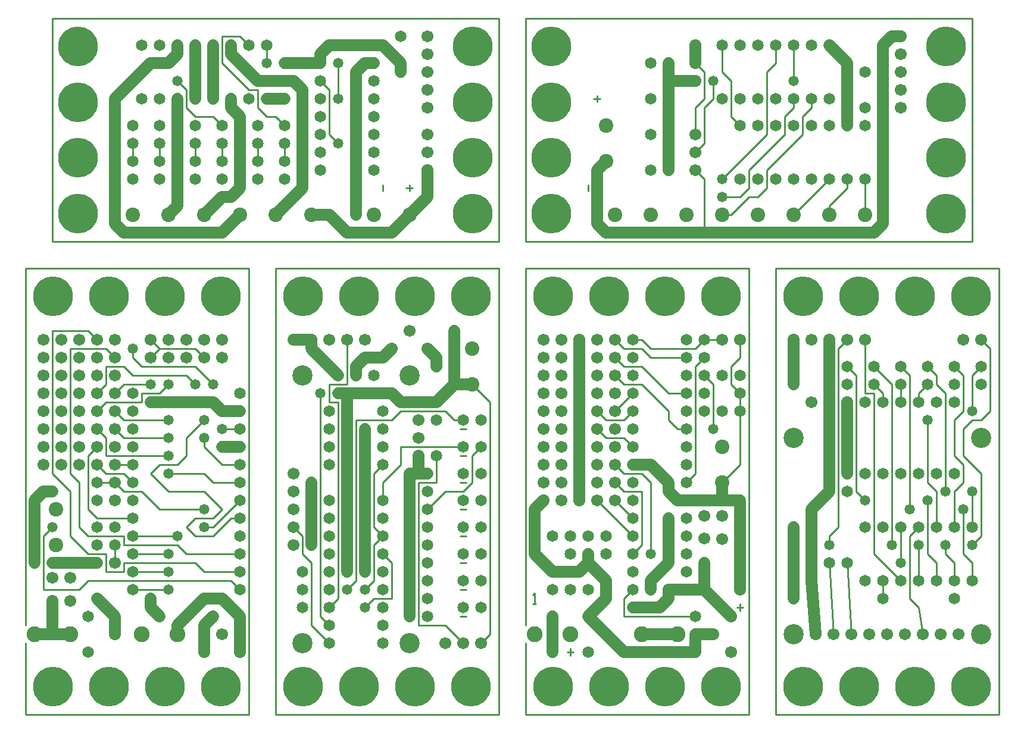
<source format=gtl>
%MOIN*%
%FSLAX25Y25*%
G04 D10 used for Character Trace; *
G04     Circle (OD=.01000) (No hole)*
G04 D11 used for Power Trace; *
G04     Circle (OD=.06700) (No hole)*
G04 D12 used for Signal Trace; *
G04     Circle (OD=.01100) (No hole)*
G04 D13 used for Via; *
G04     Circle (OD=.05800) (Round. Hole ID=.02800)*
G04 D14 used for Component hole; *
G04     Circle (OD=.06500) (Round. Hole ID=.03500)*
G04 D15 used for Component hole; *
G04     Circle (OD=.06700) (Round. Hole ID=.04300)*
G04 D16 used for Component hole; *
G04     Circle (OD=.08100) (Round. Hole ID=.05100)*
G04 D17 used for Component hole; *
G04     Circle (OD=.08900) (Round. Hole ID=.05900)*
G04 D18 used for Component hole; *
G04     Circle (OD=.11300) (Round. Hole ID=.08300)*
G04 D19 used for Component hole; *
G04     Circle (OD=.16000) (Round. Hole ID=.13000)*
G04 D20 used for Component hole; *
G04     Circle (OD=.18300) (Round. Hole ID=.15300)*
G04 D21 used for Component hole; *
G04     Circle (OD=.22291) (Round. Hole ID=.19291)*
%ADD10C,.01000*%
%ADD11C,.06700*%
%ADD12C,.01100*%
%ADD13C,.05800*%
%ADD14C,.06500*%
%ADD15C,.06700*%
%ADD16C,.08100*%
%ADD17C,.08900*%
%ADD18C,.11300*%
%ADD19C,.16000*%
%ADD20C,.18300*%
%ADD21C,.22291*%
%IPPOS*%
%LPD*%
G90*X0Y0D02*D12*X40000D02*Y40000D01*Y0D02*        
X165000D01*Y250000D01*X40000D01*Y50000D01*D17*    
X45000Y45000D03*D11*X55000D01*X65000D01*D17*D03*  
D14*X75000Y35000D03*Y55000D03*D11*X55000Y45000D02*
Y63700D01*D15*D03*D12*X50000Y70000D02*X70000D01*  
X75000Y75000D01*X155000D01*X160000Y70000D01*D14*  
D03*Y80000D03*D12*X140000D01*X135000Y85000D01*    
X95000D01*Y80000D01*X85000D01*Y90000D01*X75000D01*
X65000Y100000D01*Y125000D01*X55000Y135000D01*     
Y215000D01*X75000D01*X80000Y210000D01*D15*D03*D12*
X90000Y200000D02*X85000Y205000D01*D15*            
X90000Y200000D03*D12*X100000Y190000D02*           
X95000Y195000D01*X100000Y190000D02*X130000D01*    
X135000Y185000D01*D13*D03*D11*X150000Y170000D02*  
X145000Y175000D01*D13*X150000Y170000D03*D11*      
X160000D01*D14*D03*D13*X150000Y160000D03*D12*     
X160000D01*D14*D03*D13*X150000Y150000D03*D11*     
X160000D01*D14*D03*D12*X150000Y140000D02*         
X160000D01*D14*D03*D12*X150000D02*                
X140000Y150000D01*Y155000D01*D13*D03*D12*         
X125000Y140000D02*X130000Y145000D01*              
X115000Y140000D02*X125000D01*X110000Y135000D02*   
X115000Y140000D01*X120000Y125000D02*              
X110000Y135000D01*X120000Y125000D02*X140000D01*   
X150000Y115000D01*X145000Y110000D01*X135000D01*   
X130000Y105000D01*X135000Y100000D01*X145000D01*   
X155000Y110000D01*X160000D01*D14*D03*Y120000D03*  
D12*X145000Y105000D01*X140000D01*D13*D03*         
Y115000D03*D12*X115000D01*X105000Y125000D01*      
X95000D01*X90000Y130000D01*D15*D03*D12*X80000D01* 
D14*D03*D12*X85000Y135000D02*X95000D01*           
X100000Y130000D01*D14*D03*D15*X90000Y140000D03*   
D12*X100000D01*D14*D03*D15*X90000Y150000D03*D14*  
X100000D03*D12*X85000Y145000D02*Y155000D01*       
Y145000D02*X120000D01*D13*D03*D12*X130000D02*     
Y155000D01*X145000Y130000D02*X140000Y135000D01*   
X145000Y130000D02*X160000D01*D14*D03*D12*         
X120000Y135000D02*X140000D01*D13*X120000D03*D12*  
X130000Y155000D02*X140000Y165000D01*D13*D03*D11*  
X110000Y175000D02*X145000D01*D13*X110000D03*D12*  
X105000Y180000D02*X115000D01*X105000Y175000D02*   
Y180000D01*X85000Y175000D02*X105000D01*           
X80000Y170000D02*X85000Y175000D01*D15*            
X80000Y170000D03*X90000Y160000D03*D12*            
X95000Y155000D01*X120000D01*D13*D03*Y165000D03*   
D12*X95000D01*X90000Y170000D01*D15*D03*D14*       
X100000Y160000D03*Y180000D03*D15*X80000D03*D12*   
X85000Y185000D01*Y195000D01*X95000D01*X105000D02* 
X100000Y200000D01*X105000Y195000D02*X135000D01*   
X145000Y185000D01*D13*D03*D15*X130000Y200000D03*  
D14*X160000Y180000D03*D15*X150000Y200000D03*      
X140000D03*D12*X135000Y205000D01*X115000D01*      
X110000Y200000D01*D15*D03*D12*X115000Y205000D02*  
X110000Y210000D01*D15*D03*X120000Y200000D03*D12*  
X100000D02*Y205000D01*D13*D03*D15*                
X90000Y210000D03*Y190000D03*D12*X65000Y205000D02* 
X85000D01*X65000Y135000D02*Y205000D01*            
X70000Y130000D02*X65000Y135000D01*                
X70000Y105000D02*Y130000D01*X75000Y100000D02*     
X70000Y105000D01*X75000Y100000D02*X95000D01*      
Y95000D01*X125000D01*X130000Y90000D01*X160000D01* 
D14*D03*Y100000D03*D11*X125000Y50000D02*          
X140000Y65000D01*X125000Y45000D02*Y50000D01*D17*  
Y45000D03*D13*X115000Y55000D03*D11*               
X110000Y60000D01*Y65000D01*D13*D03*D14*           
X100000Y70000D03*D12*X120000D01*D13*D03*Y80000D03*
D12*X100000D01*D14*D03*D15*X90000Y85000D03*D12*   
Y95000D01*D14*D03*X80000Y105000D03*Y85000D03*D11* 
X55000D01*D13*D03*D15*X65000Y76700D03*D16*        
X57000Y95000D03*D13*X45000Y85000D03*D11*          
Y120000D01*X50000Y125000D01*X55000D01*D13*D03*D16*
X57000Y115000D03*D15*X70000Y140000D03*X60000D03*  
X50000D03*D12*X75000Y115000D02*Y145000D01*        
X80000Y110000D02*X75000Y115000D01*                
X80000Y110000D02*X100000D01*D14*D03*D15*          
X90000Y120000D03*D14*X100000D03*Y100000D03*D12*   
X125000D01*D13*D03*X120000Y90000D03*D12*          
X100000D01*D14*D03*X90000Y105000D03*              
X80000Y95000D03*Y65000D03*D11*X90000Y55000D01*    
Y45000D01*D15*D03*D17*X105000D03*D15*             
X65000Y63700D03*D21*X118125Y15625D03*X86875D03*   
D15*X55000Y76700D03*D21*X55625Y15625D03*D12*      
X50000Y70000D02*Y100000D01*X55000Y105000D01*D13*  
D03*D14*X80000Y120000D03*D12*X85000Y135000D02*    
X80000Y140000D01*D15*D03*D12*X75000Y145000D02*    
X80000Y150000D01*D15*D03*D12*X85000Y155000D02*    
X80000Y160000D01*D15*D03*X70000Y170000D03*        
Y150000D03*Y160000D03*X60000Y180000D03*X90000D03* 
D12*X95000Y185000D01*X110000D01*D13*D03*D12*      
X115000Y180000D02*X120000Y185000D01*D13*D03*D14*  
X100000Y170000D03*D15*X140000Y210000D03*          
X130000D03*X120000D03*X150000D03*X80000Y200000D03*
Y190000D03*D21*X149375Y234375D03*D15*             
X70000Y210000D03*Y200000D03*Y190000D03*D21*       
X118125Y234375D03*D15*X70000Y180000D03*D21*       
X86875Y234375D03*D15*X60000Y210000D03*Y200000D03* 
Y190000D03*Y170000D03*Y160000D03*Y150000D03*D21*  
X55625Y234375D03*D15*X50000Y210000D03*Y200000D03* 
Y190000D03*Y180000D03*Y170000D03*Y160000D03*      
Y150000D03*D11*X140000Y65000D02*X150000D01*       
X160000Y55000D01*Y35000D01*D15*D03*               
X150000Y45000D03*D11*X140000Y35000D02*Y50000D01*  
D15*Y35000D03*D11*Y50000D02*X145000Y55000D01*D13* 
D03*D21*X149375Y15625D03*G90*X0Y0D02*D12*         
X180000D02*X305000D01*Y250000D01*X180000D01*Y0D01*
D21*X195625Y15625D03*D14*X210000Y40000D03*D12*    
X200000Y50000D01*Y85000D01*X195000Y90000D01*      
Y100000D01*X190000Y105000D01*D15*D03*D13*         
X200000Y95000D03*D11*Y130000D01*D13*D03*D14*      
X210000Y120000D03*Y140000D03*D15*                 
X190000Y135000D03*Y125000D03*Y115000D03*D14*      
X210000Y150000D03*D13*X220000Y140000D03*D11*      
Y80000D01*D13*D03*D12*Y70000D02*X225000Y75000D01* 
D13*X220000Y70000D03*D12*X225000Y75000D02*        
Y165000D01*X245000D01*X250000Y170000D01*          
X275000D01*X280000Y165000D01*X285000D01*D14*D03*  
D10*X283326Y160000D02*X286674D01*D14*             
X295000Y165000D03*X270000Y175000D03*D11*          
X250000D01*X245000Y180000D01*X220000D01*          
Y140000D01*D12*X235000Y105000D02*Y135000D01*      
X240000Y100000D02*X235000Y105000D01*D14*          
X240000Y100000D03*D12*X235000Y95000D01*Y75000D01* 
X230000Y70000D01*D13*D03*D12*Y60000D02*           
X235000Y65000D01*D13*X230000Y60000D03*D12*        
X235000Y65000D02*X245000D01*Y85000D01*            
X240000Y90000D01*D14*D03*D13*X230000Y80000D03*D11*
Y160000D01*D13*D03*D14*X240000Y150000D03*         
Y170000D03*Y160000D03*D12*X215000Y65000D02*       
Y175000D01*X210000Y60000D02*X215000Y65000D01*D14* 
X210000Y60000D03*D12*Y50000D02*X205000Y55000D01*  
D14*X210000Y50000D03*D12*X205000Y55000D02*        
Y180000D01*D13*D03*D12*X210000Y175000D02*         
X215000D01*D11*Y180000D02*X220000D01*D13*         
X215000D03*D12*X210000Y185000D02*X220000D01*      
X210000Y175000D02*Y185000D01*D14*Y170000D03*D12*  
X220000Y185000D02*Y210000D01*D15*D03*D11*         
X225000Y195000D02*X230000Y200000D01*              
X225000Y190000D02*Y195000D01*D13*Y190000D03*D11*  
X230000Y200000D02*X240000D01*X245000Y205000D01*   
D15*D03*X255000Y215000D03*D14*X235000Y190000D03*  
D15*X230000Y210000D03*D18*X255000Y190000D03*D15*  
X265000Y205000D03*D11*X270000Y200000D01*          
Y195000D01*D14*D03*D11*Y175000D02*                
X280000Y185000D01*X290000D01*D16*D03*D12*         
X300000Y175000D01*Y45000D01*X295000Y40000D01*D15* 
D03*X285000D03*D12*X275000Y50000D01*X260000D01*   
Y130000D01*X270000D01*Y145000D01*D14*D03*D15*     
X260000Y155000D03*D11*X255000Y135000D02*          
X260000D01*X255000Y125000D02*Y135000D01*D14*      
Y125000D03*D11*Y115000D01*D14*D03*D11*Y105000D01* 
D14*D03*D11*Y95000D01*D14*D03*D11*Y85000D01*D14*  
D03*D11*Y75000D01*D14*D03*D11*Y65000D01*D14*D03*  
D11*Y55000D01*D14*D03*X265000Y65000D03*Y55000D03* 
X240000Y70000D03*Y40000D03*Y60000D03*D18*         
X255000Y40000D03*D14*X240000Y50000D03*D15*        
X275000Y40000D03*D14*X265000Y75000D03*            
X240000Y80000D03*D10*X283326Y85000D02*X286674D01* 
D14*X265000D03*D10*X283326Y55000D02*X286674D01*   
D14*X285000Y60000D03*D10*X283326Y70000D02*        
X286674D01*D14*X285000Y75000D03*Y90000D03*D21*    
X226875Y15625D03*D14*X265000Y95000D03*            
X295000Y60000D03*D21*X258125Y15625D03*D14*        
X295000Y75000D03*Y90000D03*D21*X289375Y15625D03*  
D14*X210000Y100000D03*Y90000D03*D10*              
X283326Y100000D02*X286674D01*D14*X210000Y80000D03*
Y70000D03*X295000Y105000D03*X285000D03*X265000D03*
X240000Y110000D03*X210000D03*D10*                 
X283326Y115000D02*X286674D01*D14*X195000Y80000D03*
Y70000D03*X265000Y115000D03*D12*X275000Y125000D01*
X285000D01*X290000Y130000D01*Y145000D01*          
X295000Y150000D01*D14*D03*X285000D03*D12*         
X250000D01*Y140000D01*X240000Y130000D01*          
Y120000D01*D14*D03*D12*X235000Y135000D02*         
X240000Y140000D01*D14*D03*D11*X260000Y135000D02*  
X265000D01*D14*D03*D11*X260000D02*Y145000D01*D15* 
D03*D14*X270000Y165000D03*D15*X260000D03*D14*     
X265000Y125000D03*X285000Y120000D03*D10*          
X283326Y130000D02*X286674D01*D14*                 
X285000Y135000D03*D10*X283326Y145000D02*          
X286674D01*D14*X295000Y120000D03*Y135000D03*D11*  
X280000Y185000D02*Y215000D01*D13*D03*D16*         
X290000Y205000D03*D21*X258125Y234375D03*          
X289375D03*X226875D03*D14*X215000Y190000D03*D11*  
X200000Y205000D01*Y210000D01*D15*D03*D11*         
X190000D01*D15*D03*X210000D03*D18*                
X195000Y190000D03*D21*X195625Y234375D03*D14*      
X210000Y160000D03*D15*X190000Y95000D03*D14*       
X195000Y60000D03*D18*Y40000D03*G90*X0Y0D02*D12*   
X320000D02*X445000D01*Y250000D01*X320000D01*      
Y50000D01*D17*X325000Y45000D03*D12*X320000Y0D02*  
Y40000D01*D21*X335625Y15625D03*D14*               
X355000Y35000D03*D10*X343326D02*X346674D01*       
X345000Y36914D02*Y33086D01*D13*X335000Y35000D03*  
D11*Y55000D01*D13*D03*D17*X345000Y45000D03*D10*   
X324163Y66914D02*X325000Y67871D01*Y62129D01*      
X324163D02*X325837D01*D14*X345000Y70000D03*       
X335000D03*X355000Y55000D03*D11*X375000Y35000D01* 
X415000D01*Y45000D01*D14*D03*D11*X425000D01*D15*  
D03*X435000Y35000D03*Y55000D03*D11*               
X420000Y70000D01*X400000D01*D15*D03*D11*Y65000D01*
X395000Y60000D01*X380000D01*D13*D03*D12*          
X375000Y55000D02*Y65000D01*Y55000D02*X415000D01*  
D14*D03*D17*X405000Y45000D03*D11*X385000D01*D17*  
D03*D11*X355000Y55000D02*X365000Y65000D01*        
Y70000D01*D14*D03*D11*Y75000D01*X355000Y85000D01* 
X350000Y80000D01*X335000D01*X325000Y90000D01*     
Y115000D01*X330000Y120000D01*D15*D03*             
X340000Y130000D03*Y120000D03*X330000Y130000D03*   
X350000Y140000D03*D11*Y130000D01*D15*D03*D11*     
Y120000D01*D15*D03*X360000Y130000D03*Y120000D03*  
D12*X380000Y100000D01*D14*D03*D12*Y90000D02*      
X385000Y95000D01*D14*X380000Y90000D03*D12*        
X385000Y95000D02*Y125000D01*X375000D01*           
X370000Y130000D01*D15*D03*D12*X375000Y135000D02*  
X385000D01*X390000Y130000D01*Y90000D01*D13*D03*   
D14*X380000Y80000D03*D11*X390000Y75000D02*        
X400000Y85000D01*X390000Y70000D02*Y75000D01*D14*  
Y70000D03*X380000D03*D12*X375000Y65000D01*D11*    
X355000Y85000D02*Y90000D01*D14*D03*               
X365000Y100000D03*X345000D03*X365000Y90000D03*    
X355000Y100000D03*X345000Y90000D03*               
X335000Y100000D03*X355000Y70000D03*               
X380000Y110000D03*D12*X370000Y120000D01*D15*D03*  
D14*X380000Y130000D03*Y120000D03*D12*             
X375000Y135000D02*X370000Y140000D01*D15*D03*D14*  
X380000Y150000D03*D12*X375000Y155000D01*          
X365000D01*X360000Y160000D01*D15*D03*D12*         
X365000Y165000D02*X375000D01*X380000Y170000D01*   
D14*D03*D15*X370000Y180000D03*Y160000D03*D14*     
X380000Y180000D03*D12*X370000Y170000D01*D15*D03*  
D12*X365000Y165000D02*X360000Y170000D01*D15*D03*  
X350000Y180000D03*D11*Y170000D01*D15*D03*D11*     
Y160000D01*D15*D03*D11*Y150000D01*D15*D03*D11*    
Y140000D01*D15*X360000Y150000D03*X340000D03*      
X360000Y140000D03*X340000D03*X330000Y160000D03*   
Y150000D03*Y140000D03*X370000Y150000D03*          
X340000Y160000D03*D14*X380000Y140000D03*D11*      
X390000D01*X400000Y130000D01*Y125000D01*          
X405000Y120000D01*X410000D01*D14*D03*D11*         
X430000D01*X440000D01*Y85000D01*D14*D03*D11*      
Y70000D01*D15*D03*D10*X438326Y60000D02*X441674D01*
X440000Y61914D02*Y58086D01*D14*X420000Y85000D03*  
D11*Y70000D01*D14*X410000Y80000D03*D10*           
X439163Y91914D02*X440000Y92871D01*Y87129D01*      
X439163D02*X440837D01*D11*X400000Y85000D02*       
Y110000D01*D13*D03*D14*X410000Y100000D03*         
Y110000D03*D15*X420000Y98550D03*D14*              
X410000Y130000D03*D12*X415000Y135000D01*          
Y195000D01*X420000Y200000D01*D14*D03*D12*         
X390000Y205000D02*X415000D01*X390000D02*          
X385000Y210000D01*X380000D01*D14*D03*D12*         
X390000Y200000D02*X385000Y205000D01*              
X390000Y200000D02*X410000D01*D14*D03*D12*         
X415000Y205000D02*X420000Y210000D01*D14*D03*D12*  
X430000D01*D15*D03*D12*X435000Y195000D02*         
X440000Y200000D01*X435000Y185000D02*Y195000D01*   
X440000Y180000D02*X435000Y185000D01*D14*          
X440000Y180000D03*D12*Y170000D01*D14*D03*D12*     
Y140000D01*X430000Y130000D01*D16*D03*D11*         
Y120000D01*D15*X420000Y111500D03*X430000D03*D14*  
X410000Y140000D03*D15*X430000Y98500D03*D14*       
X410000Y90000D03*D16*X430000Y150000D03*D14*       
X410000D03*D13*X425000Y160000D03*D12*Y185000D01*  
X420000Y190000D01*D14*D03*X410000Y180000D03*D12*  
X400000D01*X385000Y195000D01*X375000D01*          
X370000Y200000D01*D15*D03*D12*X375000Y205000D02*  
X385000D01*D14*X380000Y200000D03*D12*             
X375000Y205000D02*X370000Y210000D01*D15*D03*      
X360000Y200000D03*Y210000D03*X350000Y190000D03*   
D11*Y180000D01*D15*X360000Y190000D03*X340000D03*  
Y170000D03*X360000Y180000D03*D11*                 
X350000Y190000D02*Y200000D01*D15*D03*D11*         
Y210000D01*D15*D03*X340000Y200000D03*Y210000D03*  
X370000Y190000D03*D12*X375000Y185000D01*          
X385000D01*X400000Y170000D01*Y165000D01*          
X405000Y160000D01*X410000D01*D14*D03*             
X420000Y170000D03*X410000D03*X420000Y180000D03*   
X430000Y170000D03*X440000Y190000D03*X380000D03*   
X430000D03*X410000D03*X380000Y160000D03*D12*      
X440000Y200000D02*Y210000D01*D15*D03*D21*         
X429375Y234375D03*D14*X410000Y210000D03*D21*      
X398125Y234375D03*X366875D03*D15*                 
X340000Y180000D03*D21*X335625Y234375D03*D15*      
X330000Y210000D03*Y200000D03*Y190000D03*          
Y180000D03*Y170000D03*D21*X366875Y15625D03*       
X398125D03*X429375D03*G90*X0Y0D02*D12*X460000D02* 
X585000D01*Y250000D01*X460000D01*Y0D01*D21*       
X475625Y15625D03*D15*X502500Y45000D03*D12*        
X500000Y85000D01*D14*D03*X510000Y75000D03*D13*    
X490000Y95000D03*D12*Y100000D01*X495000Y105000D01*
Y205000D01*X500000Y210000D01*D15*D03*X510000D03*  
D12*Y180000D01*X515000D01*Y90000D01*              
X530000Y75000D01*D14*D03*X520000Y65000D03*D12*    
Y75000D01*D14*D03*D13*X530000Y85000D03*D12*       
Y105000D01*D14*D03*D12*X535000Y65000D02*          
Y100000D01*X540000Y60000D02*X535000Y65000D01*     
X542500Y45000D02*X540000Y60000D01*D15*            
X542500Y45000D03*X552500D03*X532500D03*D14*       
X560000Y65000D03*D15*X562500Y45000D03*X522500D03* 
D21*X569375Y15625D03*D14*X570000Y75000D03*D12*    
Y85000D01*X565000Y90000D01*Y115000D01*D13*D03*    
X555000Y125000D03*D12*Y180000D01*                 
X550000Y185000D01*Y190000D01*X545000Y195000D01*   
D14*D03*Y185000D03*D12*X540000Y180000D01*         
Y175000D01*D14*D03*X530000Y185000D03*D12*         
Y175000D01*D14*D03*D12*X520000D02*Y180000D01*D14* 
Y175000D03*D12*Y180000D02*X515000Y185000D01*D14*  
D03*D12*X505000Y125000D02*Y190000D01*             
X510000Y120000D02*X505000Y125000D01*D13*          
X510000Y120000D03*D14*X500000Y125000D03*          
X520000Y135000D03*X510000D03*Y105000D03*D13*      
X500000Y135000D03*D11*Y175000D01*D15*D03*D14*     
X490000Y185000D03*D11*Y175000D01*D15*D03*D11*     
Y125000D01*D14*D03*D11*X480000Y115000D01*         
Y75000D01*D13*D03*D11*X482500Y45000D01*D15*D03*   
X492500D03*D12*X490000Y85000D01*D14*D03*D13*      
X470000Y105000D03*D11*Y65000D01*D13*D03*D18*      
Y45000D03*D15*X512500D03*D21*X506875Y15625D03*D14*
X520000Y105000D03*D13*X525000Y95000D03*D12*       
Y185000D01*X515000Y195000D01*D14*D03*D12*         
X505000Y190000D02*X500000Y195000D01*D14*D03*D11*  
X490000Y185000D02*Y195000D01*D14*D03*D11*         
Y210000D01*D15*D03*X480000D03*X470000D03*D11*     
Y195000D01*D14*D03*D11*Y185000D01*D14*D03*D15*    
X480000Y175000D03*D14*X500000Y185000D03*D18*      
X470000Y155000D03*D14*X510000Y175000D03*D21*      
X506875Y234375D03*X475625D03*D14*                 
X530000Y135000D03*Y195000D03*D12*                 
X535000Y190000D01*Y115000D01*D13*D03*             
X545000Y120000D03*D12*Y90000D01*X550000Y85000D01* 
Y75000D01*D14*D03*D12*X560000D02*Y85000D01*D14*   
Y75000D03*D12*Y85000D02*X555000Y90000D01*         
Y95000D01*D13*D03*D14*X560000Y105000D03*D12*      
Y125000D01*X565000Y130000D01*Y140000D01*          
X560000Y145000D01*Y165000D01*X565000Y170000D01*   
Y190000D01*X560000Y195000D01*D14*D03*D12*         
X570000Y170000D02*Y190000D01*D13*Y170000D03*D12*  
Y165000D02*X575000D01*X565000Y160000D02*          
X570000Y165000D01*X565000Y145000D02*Y160000D01*   
X575000Y135000D02*X565000Y145000D01*              
X575000Y100000D02*Y135000D01*X570000Y95000D02*    
X575000Y100000D01*D13*X570000Y95000D03*D14*       
Y105000D03*D12*Y125000D01*D13*D03*D14*            
X560000Y135000D03*X550000Y105000D03*D12*          
Y125000D01*X545000Y130000D01*Y165000D01*D13*D03*  
D14*X550000Y175000D03*X560000D03*Y185000D03*D12*  
X570000Y190000D02*X575000Y195000D01*D14*D03*D12*  
X580000Y170000D02*Y205000D01*X575000Y165000D02*   
X580000Y170000D01*D18*X575000Y155000D03*D14*      
Y185000D03*X550000Y135000D03*X540000D03*D12*      
X580000Y205000D02*X575000Y210000D01*D15*D03*      
X565000D03*D21*X569375Y234375D03*X538125D03*D14*  
X540000Y105000D03*D12*X535000Y100000D01*D13*      
X540000Y95000D03*D12*Y75000D01*D14*D03*D18*       
X575000Y45000D03*D21*X538125Y15625D03*G90*X0Y0D02*
D12*X55000Y390000D02*Y265000D01*Y390000D02*       
X305000D01*Y265000D01*X55000D01*D21*              
X69375Y280625D03*D11*X90000Y345000D02*Y275000D01* 
Y345000D02*X110000Y365000D01*X120000D01*          
X125000Y370000D01*Y375000D01*D14*D03*X135000D03*  
D11*Y345000D01*D14*D03*D12*X125000Y355000D02*     
X130000Y350000D01*D13*X125000Y355000D03*D12*      
X130000Y350000D02*Y340000D01*X135000Y335000D01*   
X145000D01*X150000Y330000D01*D14*D03*D11*         
X155000Y345000D02*Y340000D01*D14*Y345000D03*D11*  
Y340000D02*X160000Y335000D01*Y295000D01*          
X155000Y290000D01*X150000D01*X140000Y280000D01*   
D16*D03*D11*X95000Y270000D02*X150000D01*          
X90000Y275000D02*X95000Y270000D01*D16*            
X100000Y280000D03*D14*X115000Y300000D03*          
X100000D03*D16*X120000Y280000D03*D11*             
X125000Y285000D01*Y345000D01*D14*D03*X115000D03*  
Y330000D03*X135000D03*X145000Y345000D03*D11*      
Y375000D01*D14*D03*D12*X150000Y380000D02*         
Y365000D01*X165000Y350000D01*X170000D01*          
Y340000D01*X175000Y335000D01*X180000D01*          
X185000Y330000D01*D14*D03*Y320000D03*D12*         
Y310000D01*D14*D03*Y300000D03*X170000Y320000D03*  
D12*Y310000D01*D14*D03*Y300000D03*                
X150000Y320000D03*D12*Y310000D01*D14*D03*         
Y300000D03*X135000Y320000D03*D12*Y310000D01*D14*  
D03*Y300000D03*X115000Y320000D03*D12*Y310000D01*  
D14*D03*X100000Y320000D03*D12*Y310000D01*D14*D03* 
Y330000D03*D21*X69375Y311875D03*D14*              
X105000Y345000D03*D21*X69375Y343125D03*D11*       
X150000Y270000D02*X160000Y280000D01*D16*D03*      
X180000D03*D11*X195000Y295000D01*Y350000D01*      
X190000Y355000D01*X170000D01*X155000Y370000D01*   
Y375000D01*D14*D03*D12*X150000Y380000D02*         
X160000D01*X165000Y375000D01*D14*D03*D13*         
X175000Y365000D03*D12*Y375000D01*D14*D03*D13*     
X185000Y365000D03*D11*X200000D01*X205000D01*D14*  
D03*D11*Y370000D01*D12*X200000Y365000D01*D11*     
X205000Y370000D02*X210000Y375000D01*X240000D01*   
X250000Y365000D01*Y360000D01*D14*D03*             
X235000Y345000D03*D15*X265000Y350000D03*D14*      
X235000Y365000D03*D11*X230000D01*                 
X225000Y360000D01*Y280000D01*D13*D03*D11*         
X210000D02*X220000Y270000D01*X200000Y280000D02*   
X210000D01*D16*X200000D03*D11*X220000Y270000D02*  
X245000D01*X255000Y280000D01*D16*D03*D11*         
X265000Y290000D01*Y305000D01*D15*D03*D10*         
X255000Y296674D02*Y293326D01*X256914Y295000D02*   
X253086D01*D15*X265000Y315000D03*Y325000D03*D21*  
X290625Y280625D03*Y311875D03*D10*                 
X240000Y296674D02*Y293326D01*D14*                 
X235000Y335000D03*Y325000D03*Y315000D03*          
Y305000D03*D16*Y280000D03*D15*X265000Y340000D03*  
D21*X290625Y343125D03*D13*X215000Y345000D03*D12*  
Y365000D01*D13*D03*D14*X205000Y355000D03*D12*     
X210000Y350000D01*Y325000D01*X215000Y320000D01*   
D13*D03*D14*X205000Y325000D03*Y315000D03*         
Y305000D03*Y335000D03*Y345000D03*D13*X185000D03*  
D11*X175000D01*D14*D03*X165000D03*                
X170000Y330000D03*X115000Y375000D03*              
X235000Y355000D03*X105000Y375000D03*              
X250000Y380000D03*D15*X265000Y360000D03*          
Y370000D03*Y380000D03*D21*X69375Y374375D03*       
X290625D03*G90*X0Y0D02*D12*X320000Y390000D02*     
Y265000D01*Y390000D02*X570000D01*Y265000D01*      
X320000D01*D21*X334375Y280625D03*D10*             
X355000Y296674D02*Y293326D01*D11*                 
X360000Y305000D02*Y275000D01*X365000Y270000D01*   
X420000D01*D12*Y300000D01*X415000Y305000D01*D15*  
D03*Y315000D03*D12*X420000Y320000D01*Y340000D01*  
X425000Y345000D01*Y355000D01*D13*D03*D12*         
X430000Y375000D02*Y360000D01*D14*Y375000D03*      
X440000D03*D12*X415000Y365000D02*                 
X420000Y360000D01*D15*X415000Y365000D03*D11*      
Y375000D01*D15*D03*D12*X430000Y360000D02*         
X435000Y355000D01*Y335000D01*X440000Y330000D01*   
D14*D03*X450000D03*Y345000D03*D12*                
X430000Y300000D02*X455000Y325000D01*D13*          
X430000Y300000D03*D12*Y290000D02*X440000D01*D13*  
X430000D03*D14*X440000Y300000D03*D12*Y290000D02*  
X445000Y295000D01*Y305000D01*X465000Y325000D01*   
Y335000D01*X470000Y340000D01*Y345000D01*D14*D03*  
D12*X475000Y335000D02*X480000Y340000D01*          
X475000Y335000D02*Y325000D01*X455000Y305000D01*   
Y295000D01*X450000Y290000D01*X445000D01*          
X435000Y280000D01*X430000D01*D16*D03*D11*         
X420000Y270000D02*X515000D01*X520000Y275000D01*   
Y340000D01*D13*D03*D11*Y375000D01*                
X525000Y380000D01*X530000D01*D15*D03*Y370000D03*  
D14*X510000Y360000D03*D15*X530000D03*D21*         
X555625Y374375D03*D15*X530000Y350000D03*D11*      
X490000Y375000D02*X500000Y365000D01*D14*          
X490000Y375000D03*D11*X500000Y365000D02*          
Y330000D01*D14*D03*X510000Y340000D03*Y330000D03*  
X490000D03*Y345000D03*X480000D03*D12*Y340000D01*  
D14*X470000Y330000D03*X480000D03*D13*             
X470000Y355000D03*D12*Y375000D01*D14*D03*D12*     
X455000Y360000D02*X460000Y365000D01*              
X455000Y360000D02*Y325000D01*D14*                 
X460000Y330000D03*Y345000D03*X440000D03*          
X480000Y300000D03*X430000Y345000D03*              
X450000Y300000D03*X460000D03*X470000D03*D12*      
X420000Y360000D02*Y345000D01*X415000Y340000D01*   
Y325000D01*D15*D03*D14*X400000D03*D11*Y345000D01* 
D14*D03*D11*Y355000D01*Y365000D01*D14*D03*        
X390000D03*D11*X400000Y355000D02*X415000D01*D15*  
D03*D14*X390000Y345000D03*Y325000D03*D11*         
X400000D02*Y305000D01*D14*D03*X390000D03*D16*     
Y280000D03*X410000D03*X370000D03*                 
X365000Y330000D03*Y310000D03*D11*                 
X360000Y305000D01*D21*X334375Y311875D03*D10*      
X360000Y346674D02*Y343326D01*X361914Y345000D02*   
X358086D01*D21*X334375Y343125D03*Y374375D03*D16*  
X450000Y280000D03*D14*Y375000D03*D12*X460000D02*  
Y365000D01*D14*Y375000D03*X480000D03*D15*         
X530000Y340000D03*D14*X490000Y300000D03*D12*      
X470000Y280000D01*D16*D03*X490000D03*D12*         
Y285000D01*X500000Y295000D01*Y300000D01*D14*D03*  
X510000D03*D12*Y280000D01*D16*D03*D21*            
X555625Y280625D03*Y311875D03*Y343125D03*M02*      

</source>
